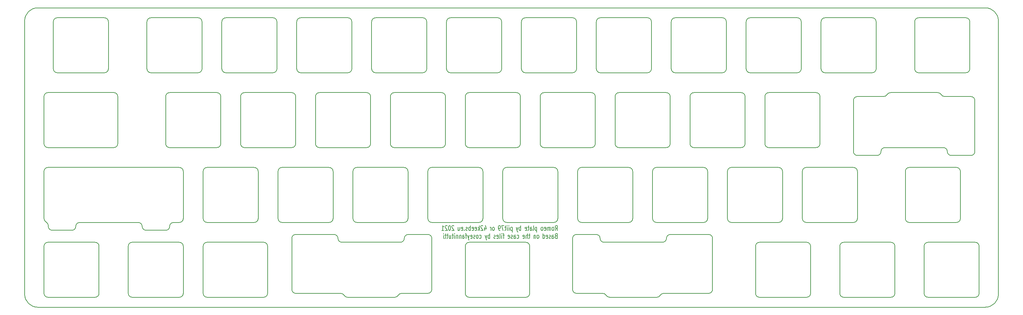
<source format=gbr>
%TF.GenerationSoftware,KiCad,Pcbnew,5.1.7-a382d34a8~88~ubuntu20.04.1*%
%TF.CreationDate,2021-04-20T00:24:46+02:00*%
%TF.ProjectId,romeo-plate,726f6d65-6f2d-4706-9c61-74652e6b6963,rev?*%
%TF.SameCoordinates,Original*%
%TF.FileFunction,Legend,Bot*%
%TF.FilePolarity,Positive*%
%FSLAX46Y46*%
G04 Gerber Fmt 4.6, Leading zero omitted, Abs format (unit mm)*
G04 Created by KiCad (PCBNEW 5.1.7-a382d34a8~88~ubuntu20.04.1) date 2021-04-20 00:24:46*
%MOMM*%
%LPD*%
G01*
G04 APERTURE LIST*
%ADD10C,0.150000*%
%TA.AperFunction,Profile*%
%ADD11C,0.200000*%
%TD*%
%TA.AperFunction,Profile*%
%ADD12C,0.150000*%
%TD*%
G04 APERTURE END LIST*
D10*
X158573928Y-122852976D02*
X158873928Y-122257738D01*
X159088214Y-122852976D02*
X159088214Y-121602976D01*
X158745357Y-121602976D01*
X158659642Y-121662500D01*
X158616785Y-121722023D01*
X158573928Y-121841071D01*
X158573928Y-122019642D01*
X158616785Y-122138690D01*
X158659642Y-122198214D01*
X158745357Y-122257738D01*
X159088214Y-122257738D01*
X158059642Y-122852976D02*
X158145357Y-122793452D01*
X158188214Y-122733928D01*
X158231071Y-122614880D01*
X158231071Y-122257738D01*
X158188214Y-122138690D01*
X158145357Y-122079166D01*
X158059642Y-122019642D01*
X157931071Y-122019642D01*
X157845357Y-122079166D01*
X157802500Y-122138690D01*
X157759642Y-122257738D01*
X157759642Y-122614880D01*
X157802500Y-122733928D01*
X157845357Y-122793452D01*
X157931071Y-122852976D01*
X158059642Y-122852976D01*
X157373928Y-122852976D02*
X157373928Y-122019642D01*
X157373928Y-122138690D02*
X157331071Y-122079166D01*
X157245357Y-122019642D01*
X157116785Y-122019642D01*
X157031071Y-122079166D01*
X156988214Y-122198214D01*
X156988214Y-122852976D01*
X156988214Y-122198214D02*
X156945357Y-122079166D01*
X156859642Y-122019642D01*
X156731071Y-122019642D01*
X156645357Y-122079166D01*
X156602500Y-122198214D01*
X156602500Y-122852976D01*
X155831071Y-122793452D02*
X155916785Y-122852976D01*
X156088214Y-122852976D01*
X156173928Y-122793452D01*
X156216785Y-122674404D01*
X156216785Y-122198214D01*
X156173928Y-122079166D01*
X156088214Y-122019642D01*
X155916785Y-122019642D01*
X155831071Y-122079166D01*
X155788214Y-122198214D01*
X155788214Y-122317261D01*
X156216785Y-122436309D01*
X155273928Y-122852976D02*
X155359642Y-122793452D01*
X155402500Y-122733928D01*
X155445357Y-122614880D01*
X155445357Y-122257738D01*
X155402500Y-122138690D01*
X155359642Y-122079166D01*
X155273928Y-122019642D01*
X155145357Y-122019642D01*
X155059642Y-122079166D01*
X155016785Y-122138690D01*
X154973928Y-122257738D01*
X154973928Y-122614880D01*
X155016785Y-122733928D01*
X155059642Y-122793452D01*
X155145357Y-122852976D01*
X155273928Y-122852976D01*
X153902500Y-122019642D02*
X153902500Y-123269642D01*
X153902500Y-122079166D02*
X153816785Y-122019642D01*
X153645357Y-122019642D01*
X153559642Y-122079166D01*
X153516785Y-122138690D01*
X153473928Y-122257738D01*
X153473928Y-122614880D01*
X153516785Y-122733928D01*
X153559642Y-122793452D01*
X153645357Y-122852976D01*
X153816785Y-122852976D01*
X153902500Y-122793452D01*
X152959642Y-122852976D02*
X153045357Y-122793452D01*
X153088214Y-122674404D01*
X153088214Y-121602976D01*
X152231071Y-122852976D02*
X152231071Y-122198214D01*
X152273928Y-122079166D01*
X152359642Y-122019642D01*
X152531071Y-122019642D01*
X152616785Y-122079166D01*
X152231071Y-122793452D02*
X152316785Y-122852976D01*
X152531071Y-122852976D01*
X152616785Y-122793452D01*
X152659642Y-122674404D01*
X152659642Y-122555357D01*
X152616785Y-122436309D01*
X152531071Y-122376785D01*
X152316785Y-122376785D01*
X152231071Y-122317261D01*
X151931071Y-122019642D02*
X151588214Y-122019642D01*
X151802500Y-121602976D02*
X151802500Y-122674404D01*
X151759642Y-122793452D01*
X151673928Y-122852976D01*
X151588214Y-122852976D01*
X150945357Y-122793452D02*
X151031071Y-122852976D01*
X151202500Y-122852976D01*
X151288214Y-122793452D01*
X151331071Y-122674404D01*
X151331071Y-122198214D01*
X151288214Y-122079166D01*
X151202500Y-122019642D01*
X151031071Y-122019642D01*
X150945357Y-122079166D01*
X150902500Y-122198214D01*
X150902500Y-122317261D01*
X151331071Y-122436309D01*
X149831071Y-122852976D02*
X149831071Y-121602976D01*
X149831071Y-122079166D02*
X149745357Y-122019642D01*
X149573928Y-122019642D01*
X149488214Y-122079166D01*
X149445357Y-122138690D01*
X149402500Y-122257738D01*
X149402500Y-122614880D01*
X149445357Y-122733928D01*
X149488214Y-122793452D01*
X149573928Y-122852976D01*
X149745357Y-122852976D01*
X149831071Y-122793452D01*
X149102500Y-122019642D02*
X148888214Y-122852976D01*
X148673928Y-122019642D02*
X148888214Y-122852976D01*
X148973928Y-123150595D01*
X149016785Y-123210119D01*
X149102500Y-123269642D01*
X147645357Y-122019642D02*
X147645357Y-123269642D01*
X147645357Y-122079166D02*
X147559642Y-122019642D01*
X147388214Y-122019642D01*
X147302500Y-122079166D01*
X147259642Y-122138690D01*
X147216785Y-122257738D01*
X147216785Y-122614880D01*
X147259642Y-122733928D01*
X147302500Y-122793452D01*
X147388214Y-122852976D01*
X147559642Y-122852976D01*
X147645357Y-122793452D01*
X146831071Y-122852976D02*
X146831071Y-122019642D01*
X146831071Y-121602976D02*
X146873928Y-121662500D01*
X146831071Y-121722023D01*
X146788214Y-121662500D01*
X146831071Y-121602976D01*
X146831071Y-121722023D01*
X146402500Y-122852976D02*
X146402500Y-122019642D01*
X146402500Y-121602976D02*
X146445357Y-121662500D01*
X146402500Y-121722023D01*
X146359642Y-121662500D01*
X146402500Y-121602976D01*
X146402500Y-121722023D01*
X146102500Y-122019642D02*
X145759642Y-122019642D01*
X145973928Y-121602976D02*
X145973928Y-122674404D01*
X145931071Y-122793452D01*
X145845357Y-122852976D01*
X145759642Y-122852976D01*
X145545357Y-121602976D02*
X144945357Y-121602976D01*
X145331071Y-122852976D01*
X144559642Y-122852976D02*
X144388214Y-122852976D01*
X144302500Y-122793452D01*
X144259642Y-122733928D01*
X144173928Y-122555357D01*
X144131071Y-122317261D01*
X144131071Y-121841071D01*
X144173928Y-121722023D01*
X144216785Y-121662500D01*
X144302500Y-121602976D01*
X144473928Y-121602976D01*
X144559642Y-121662500D01*
X144602500Y-121722023D01*
X144645357Y-121841071D01*
X144645357Y-122138690D01*
X144602500Y-122257738D01*
X144559642Y-122317261D01*
X144473928Y-122376785D01*
X144302500Y-122376785D01*
X144216785Y-122317261D01*
X144173928Y-122257738D01*
X144131071Y-122138690D01*
X142931071Y-122852976D02*
X143016785Y-122793452D01*
X143059642Y-122733928D01*
X143102500Y-122614880D01*
X143102500Y-122257738D01*
X143059642Y-122138690D01*
X143016785Y-122079166D01*
X142931071Y-122019642D01*
X142802500Y-122019642D01*
X142716785Y-122079166D01*
X142673928Y-122138690D01*
X142631071Y-122257738D01*
X142631071Y-122614880D01*
X142673928Y-122733928D01*
X142716785Y-122793452D01*
X142802500Y-122852976D01*
X142931071Y-122852976D01*
X142245357Y-122852976D02*
X142245357Y-122019642D01*
X142245357Y-122257738D02*
X142202500Y-122138690D01*
X142159642Y-122079166D01*
X142073928Y-122019642D01*
X141988214Y-122019642D01*
X140616785Y-122019642D02*
X140616785Y-122852976D01*
X140831071Y-121543452D02*
X141045357Y-122436309D01*
X140488214Y-122436309D01*
X140188214Y-121722023D02*
X140145357Y-121662500D01*
X140059642Y-121602976D01*
X139845357Y-121602976D01*
X139759642Y-121662500D01*
X139716785Y-121722023D01*
X139673928Y-121841071D01*
X139673928Y-121960119D01*
X139716785Y-122138690D01*
X140231071Y-122852976D01*
X139673928Y-122852976D01*
X139288214Y-122852976D02*
X139288214Y-121602976D01*
X139202500Y-122376785D02*
X138945357Y-122852976D01*
X138945357Y-122019642D02*
X139288214Y-122495833D01*
X138216785Y-122793452D02*
X138302500Y-122852976D01*
X138473928Y-122852976D01*
X138559642Y-122793452D01*
X138602500Y-122674404D01*
X138602500Y-122198214D01*
X138559642Y-122079166D01*
X138473928Y-122019642D01*
X138302500Y-122019642D01*
X138216785Y-122079166D01*
X138173928Y-122198214D01*
X138173928Y-122317261D01*
X138602500Y-122436309D01*
X137445357Y-122793452D02*
X137531071Y-122852976D01*
X137702500Y-122852976D01*
X137788214Y-122793452D01*
X137831071Y-122674404D01*
X137831071Y-122198214D01*
X137788214Y-122079166D01*
X137702500Y-122019642D01*
X137531071Y-122019642D01*
X137445357Y-122079166D01*
X137402500Y-122198214D01*
X137402500Y-122317261D01*
X137831071Y-122436309D01*
X137016785Y-122852976D02*
X137016785Y-121602976D01*
X137016785Y-122079166D02*
X136931071Y-122019642D01*
X136759642Y-122019642D01*
X136673928Y-122079166D01*
X136631071Y-122138690D01*
X136588214Y-122257738D01*
X136588214Y-122614880D01*
X136631071Y-122733928D01*
X136673928Y-122793452D01*
X136759642Y-122852976D01*
X136931071Y-122852976D01*
X137016785Y-122793452D01*
X136245357Y-122793452D02*
X136159642Y-122852976D01*
X135988214Y-122852976D01*
X135902500Y-122793452D01*
X135859642Y-122674404D01*
X135859642Y-122614880D01*
X135902500Y-122495833D01*
X135988214Y-122436309D01*
X136116785Y-122436309D01*
X136202500Y-122376785D01*
X136245357Y-122257738D01*
X136245357Y-122198214D01*
X136202500Y-122079166D01*
X136116785Y-122019642D01*
X135988214Y-122019642D01*
X135902500Y-122079166D01*
X135473928Y-122733928D02*
X135431071Y-122793452D01*
X135473928Y-122852976D01*
X135516785Y-122793452D01*
X135473928Y-122733928D01*
X135473928Y-122852976D01*
X134702500Y-122793452D02*
X134788214Y-122852976D01*
X134959642Y-122852976D01*
X135045357Y-122793452D01*
X135088214Y-122674404D01*
X135088214Y-122198214D01*
X135045357Y-122079166D01*
X134959642Y-122019642D01*
X134788214Y-122019642D01*
X134702500Y-122079166D01*
X134659642Y-122198214D01*
X134659642Y-122317261D01*
X135088214Y-122436309D01*
X133888214Y-122019642D02*
X133888214Y-122852976D01*
X134273928Y-122019642D02*
X134273928Y-122674404D01*
X134231071Y-122793452D01*
X134145357Y-122852976D01*
X134016785Y-122852976D01*
X133931071Y-122793452D01*
X133888214Y-122733928D01*
X132816785Y-121722023D02*
X132773928Y-121662500D01*
X132688214Y-121602976D01*
X132473928Y-121602976D01*
X132388214Y-121662500D01*
X132345357Y-121722023D01*
X132302500Y-121841071D01*
X132302500Y-121960119D01*
X132345357Y-122138690D01*
X132859642Y-122852976D01*
X132302500Y-122852976D01*
X131745357Y-121602976D02*
X131659642Y-121602976D01*
X131573928Y-121662500D01*
X131531071Y-121722023D01*
X131488214Y-121841071D01*
X131445357Y-122079166D01*
X131445357Y-122376785D01*
X131488214Y-122614880D01*
X131531071Y-122733928D01*
X131573928Y-122793452D01*
X131659642Y-122852976D01*
X131745357Y-122852976D01*
X131831071Y-122793452D01*
X131873928Y-122733928D01*
X131916785Y-122614880D01*
X131959642Y-122376785D01*
X131959642Y-122079166D01*
X131916785Y-121841071D01*
X131873928Y-121722023D01*
X131831071Y-121662500D01*
X131745357Y-121602976D01*
X131102500Y-121722023D02*
X131059642Y-121662500D01*
X130973928Y-121602976D01*
X130759642Y-121602976D01*
X130673928Y-121662500D01*
X130631071Y-121722023D01*
X130588214Y-121841071D01*
X130588214Y-121960119D01*
X130631071Y-122138690D01*
X131145357Y-122852976D01*
X130588214Y-122852976D01*
X129731071Y-122852976D02*
X130245357Y-122852976D01*
X129988214Y-122852976D02*
X129988214Y-121602976D01*
X130073928Y-121781547D01*
X130159642Y-121900595D01*
X130245357Y-121960119D01*
X158788214Y-124223214D02*
X158659642Y-124282738D01*
X158616785Y-124342261D01*
X158573928Y-124461309D01*
X158573928Y-124639880D01*
X158616785Y-124758928D01*
X158659642Y-124818452D01*
X158745357Y-124877976D01*
X159088214Y-124877976D01*
X159088214Y-123627976D01*
X158788214Y-123627976D01*
X158702500Y-123687500D01*
X158659642Y-123747023D01*
X158616785Y-123866071D01*
X158616785Y-123985119D01*
X158659642Y-124104166D01*
X158702500Y-124163690D01*
X158788214Y-124223214D01*
X159088214Y-124223214D01*
X157802500Y-124877976D02*
X157802500Y-124223214D01*
X157845357Y-124104166D01*
X157931071Y-124044642D01*
X158102500Y-124044642D01*
X158188214Y-124104166D01*
X157802500Y-124818452D02*
X157888214Y-124877976D01*
X158102500Y-124877976D01*
X158188214Y-124818452D01*
X158231071Y-124699404D01*
X158231071Y-124580357D01*
X158188214Y-124461309D01*
X158102500Y-124401785D01*
X157888214Y-124401785D01*
X157802500Y-124342261D01*
X157416785Y-124818452D02*
X157331071Y-124877976D01*
X157159642Y-124877976D01*
X157073928Y-124818452D01*
X157031071Y-124699404D01*
X157031071Y-124639880D01*
X157073928Y-124520833D01*
X157159642Y-124461309D01*
X157288214Y-124461309D01*
X157373928Y-124401785D01*
X157416785Y-124282738D01*
X157416785Y-124223214D01*
X157373928Y-124104166D01*
X157288214Y-124044642D01*
X157159642Y-124044642D01*
X157073928Y-124104166D01*
X156302500Y-124818452D02*
X156388214Y-124877976D01*
X156559642Y-124877976D01*
X156645357Y-124818452D01*
X156688214Y-124699404D01*
X156688214Y-124223214D01*
X156645357Y-124104166D01*
X156559642Y-124044642D01*
X156388214Y-124044642D01*
X156302500Y-124104166D01*
X156259642Y-124223214D01*
X156259642Y-124342261D01*
X156688214Y-124461309D01*
X155488214Y-124877976D02*
X155488214Y-123627976D01*
X155488214Y-124818452D02*
X155573928Y-124877976D01*
X155745357Y-124877976D01*
X155831071Y-124818452D01*
X155873928Y-124758928D01*
X155916785Y-124639880D01*
X155916785Y-124282738D01*
X155873928Y-124163690D01*
X155831071Y-124104166D01*
X155745357Y-124044642D01*
X155573928Y-124044642D01*
X155488214Y-124104166D01*
X154245357Y-124877976D02*
X154331071Y-124818452D01*
X154373928Y-124758928D01*
X154416785Y-124639880D01*
X154416785Y-124282738D01*
X154373928Y-124163690D01*
X154331071Y-124104166D01*
X154245357Y-124044642D01*
X154116785Y-124044642D01*
X154031071Y-124104166D01*
X153988214Y-124163690D01*
X153945357Y-124282738D01*
X153945357Y-124639880D01*
X153988214Y-124758928D01*
X154031071Y-124818452D01*
X154116785Y-124877976D01*
X154245357Y-124877976D01*
X153559642Y-124044642D02*
X153559642Y-124877976D01*
X153559642Y-124163690D02*
X153516785Y-124104166D01*
X153431071Y-124044642D01*
X153302500Y-124044642D01*
X153216785Y-124104166D01*
X153173928Y-124223214D01*
X153173928Y-124877976D01*
X152188214Y-124044642D02*
X151845357Y-124044642D01*
X152059642Y-123627976D02*
X152059642Y-124699404D01*
X152016785Y-124818452D01*
X151931071Y-124877976D01*
X151845357Y-124877976D01*
X151545357Y-124877976D02*
X151545357Y-123627976D01*
X151159642Y-124877976D02*
X151159642Y-124223214D01*
X151202500Y-124104166D01*
X151288214Y-124044642D01*
X151416785Y-124044642D01*
X151502500Y-124104166D01*
X151545357Y-124163690D01*
X150388214Y-124818452D02*
X150473928Y-124877976D01*
X150645357Y-124877976D01*
X150731071Y-124818452D01*
X150773928Y-124699404D01*
X150773928Y-124223214D01*
X150731071Y-124104166D01*
X150645357Y-124044642D01*
X150473928Y-124044642D01*
X150388214Y-124104166D01*
X150345357Y-124223214D01*
X150345357Y-124342261D01*
X150773928Y-124461309D01*
X148888214Y-124818452D02*
X148973928Y-124877976D01*
X149145357Y-124877976D01*
X149231071Y-124818452D01*
X149273928Y-124758928D01*
X149316785Y-124639880D01*
X149316785Y-124282738D01*
X149273928Y-124163690D01*
X149231071Y-124104166D01*
X149145357Y-124044642D01*
X148973928Y-124044642D01*
X148888214Y-124104166D01*
X148116785Y-124877976D02*
X148116785Y-124223214D01*
X148159642Y-124104166D01*
X148245357Y-124044642D01*
X148416785Y-124044642D01*
X148502500Y-124104166D01*
X148116785Y-124818452D02*
X148202500Y-124877976D01*
X148416785Y-124877976D01*
X148502500Y-124818452D01*
X148545357Y-124699404D01*
X148545357Y-124580357D01*
X148502500Y-124461309D01*
X148416785Y-124401785D01*
X148202500Y-124401785D01*
X148116785Y-124342261D01*
X147731071Y-124818452D02*
X147645357Y-124877976D01*
X147473928Y-124877976D01*
X147388214Y-124818452D01*
X147345357Y-124699404D01*
X147345357Y-124639880D01*
X147388214Y-124520833D01*
X147473928Y-124461309D01*
X147602500Y-124461309D01*
X147688214Y-124401785D01*
X147731071Y-124282738D01*
X147731071Y-124223214D01*
X147688214Y-124104166D01*
X147602500Y-124044642D01*
X147473928Y-124044642D01*
X147388214Y-124104166D01*
X146616785Y-124818452D02*
X146702500Y-124877976D01*
X146873928Y-124877976D01*
X146959642Y-124818452D01*
X147002500Y-124699404D01*
X147002500Y-124223214D01*
X146959642Y-124104166D01*
X146873928Y-124044642D01*
X146702500Y-124044642D01*
X146616785Y-124104166D01*
X146573928Y-124223214D01*
X146573928Y-124342261D01*
X147002500Y-124461309D01*
X145631071Y-124044642D02*
X145288214Y-124044642D01*
X145502500Y-124877976D02*
X145502500Y-123806547D01*
X145459642Y-123687500D01*
X145373928Y-123627976D01*
X145288214Y-123627976D01*
X144988214Y-124877976D02*
X144988214Y-124044642D01*
X144988214Y-123627976D02*
X145031071Y-123687500D01*
X144988214Y-123747023D01*
X144945357Y-123687500D01*
X144988214Y-123627976D01*
X144988214Y-123747023D01*
X144431071Y-124877976D02*
X144516785Y-124818452D01*
X144559642Y-124699404D01*
X144559642Y-123627976D01*
X143745357Y-124818452D02*
X143831071Y-124877976D01*
X144002500Y-124877976D01*
X144088214Y-124818452D01*
X144131071Y-124699404D01*
X144131071Y-124223214D01*
X144088214Y-124104166D01*
X144002500Y-124044642D01*
X143831071Y-124044642D01*
X143745357Y-124104166D01*
X143702500Y-124223214D01*
X143702500Y-124342261D01*
X144131071Y-124461309D01*
X143359642Y-124818452D02*
X143273928Y-124877976D01*
X143102500Y-124877976D01*
X143016785Y-124818452D01*
X142973928Y-124699404D01*
X142973928Y-124639880D01*
X143016785Y-124520833D01*
X143102500Y-124461309D01*
X143231071Y-124461309D01*
X143316785Y-124401785D01*
X143359642Y-124282738D01*
X143359642Y-124223214D01*
X143316785Y-124104166D01*
X143231071Y-124044642D01*
X143102500Y-124044642D01*
X143016785Y-124104166D01*
X141902500Y-124877976D02*
X141902500Y-123627976D01*
X141902500Y-124104166D02*
X141816785Y-124044642D01*
X141645357Y-124044642D01*
X141559642Y-124104166D01*
X141516785Y-124163690D01*
X141473928Y-124282738D01*
X141473928Y-124639880D01*
X141516785Y-124758928D01*
X141559642Y-124818452D01*
X141645357Y-124877976D01*
X141816785Y-124877976D01*
X141902500Y-124818452D01*
X141173928Y-124044642D02*
X140959642Y-124877976D01*
X140745357Y-124044642D02*
X140959642Y-124877976D01*
X141045357Y-125175595D01*
X141088214Y-125235119D01*
X141173928Y-125294642D01*
X139331071Y-124818452D02*
X139416785Y-124877976D01*
X139588214Y-124877976D01*
X139673928Y-124818452D01*
X139716785Y-124758928D01*
X139759642Y-124639880D01*
X139759642Y-124282738D01*
X139716785Y-124163690D01*
X139673928Y-124104166D01*
X139588214Y-124044642D01*
X139416785Y-124044642D01*
X139331071Y-124104166D01*
X138816785Y-124877976D02*
X138902500Y-124818452D01*
X138945357Y-124758928D01*
X138988214Y-124639880D01*
X138988214Y-124282738D01*
X138945357Y-124163690D01*
X138902500Y-124104166D01*
X138816785Y-124044642D01*
X138688214Y-124044642D01*
X138602500Y-124104166D01*
X138559642Y-124163690D01*
X138516785Y-124282738D01*
X138516785Y-124639880D01*
X138559642Y-124758928D01*
X138602500Y-124818452D01*
X138688214Y-124877976D01*
X138816785Y-124877976D01*
X138173928Y-124818452D02*
X138088214Y-124877976D01*
X137916785Y-124877976D01*
X137831071Y-124818452D01*
X137788214Y-124699404D01*
X137788214Y-124639880D01*
X137831071Y-124520833D01*
X137916785Y-124461309D01*
X138045357Y-124461309D01*
X138131071Y-124401785D01*
X138173928Y-124282738D01*
X138173928Y-124223214D01*
X138131071Y-124104166D01*
X138045357Y-124044642D01*
X137916785Y-124044642D01*
X137831071Y-124104166D01*
X137059642Y-124818452D02*
X137145357Y-124877976D01*
X137316785Y-124877976D01*
X137402500Y-124818452D01*
X137445357Y-124699404D01*
X137445357Y-124223214D01*
X137402500Y-124104166D01*
X137316785Y-124044642D01*
X137145357Y-124044642D01*
X137059642Y-124104166D01*
X137016785Y-124223214D01*
X137016785Y-124342261D01*
X137445357Y-124461309D01*
X136716785Y-124044642D02*
X136502500Y-124877976D01*
X136288214Y-124044642D02*
X136502500Y-124877976D01*
X136588214Y-125175595D01*
X136631071Y-125235119D01*
X136716785Y-125294642D01*
X136073928Y-124044642D02*
X135731071Y-124044642D01*
X135945357Y-124877976D02*
X135945357Y-123806547D01*
X135902500Y-123687500D01*
X135816785Y-123627976D01*
X135731071Y-123627976D01*
X135045357Y-124877976D02*
X135045357Y-124223214D01*
X135088214Y-124104166D01*
X135173928Y-124044642D01*
X135345357Y-124044642D01*
X135431071Y-124104166D01*
X135045357Y-124818452D02*
X135131071Y-124877976D01*
X135345357Y-124877976D01*
X135431071Y-124818452D01*
X135473928Y-124699404D01*
X135473928Y-124580357D01*
X135431071Y-124461309D01*
X135345357Y-124401785D01*
X135131071Y-124401785D01*
X135045357Y-124342261D01*
X134616785Y-124044642D02*
X134616785Y-124877976D01*
X134616785Y-124163690D02*
X134573928Y-124104166D01*
X134488214Y-124044642D01*
X134359642Y-124044642D01*
X134273928Y-124104166D01*
X134231071Y-124223214D01*
X134231071Y-124877976D01*
X133802500Y-124044642D02*
X133802500Y-124877976D01*
X133802500Y-124163690D02*
X133759642Y-124104166D01*
X133673928Y-124044642D01*
X133545357Y-124044642D01*
X133459642Y-124104166D01*
X133416785Y-124223214D01*
X133416785Y-124877976D01*
X132988214Y-124877976D02*
X132988214Y-124044642D01*
X132988214Y-123627976D02*
X133031071Y-123687500D01*
X132988214Y-123747023D01*
X132945357Y-123687500D01*
X132988214Y-123627976D01*
X132988214Y-123747023D01*
X132688214Y-124044642D02*
X132345357Y-124044642D01*
X132559642Y-123627976D02*
X132559642Y-124699404D01*
X132516785Y-124818452D01*
X132431071Y-124877976D01*
X132345357Y-124877976D01*
X131659642Y-124044642D02*
X131659642Y-124877976D01*
X132045357Y-124044642D02*
X132045357Y-124699404D01*
X132002500Y-124818452D01*
X131916785Y-124877976D01*
X131788214Y-124877976D01*
X131702500Y-124818452D01*
X131659642Y-124758928D01*
X131359642Y-124044642D02*
X131016785Y-124044642D01*
X131231071Y-123627976D02*
X131231071Y-124699404D01*
X131188214Y-124818452D01*
X131102500Y-124877976D01*
X131016785Y-124877976D01*
X130845357Y-124044642D02*
X130502500Y-124044642D01*
X130716785Y-123627976D02*
X130716785Y-124699404D01*
X130673928Y-124818452D01*
X130588214Y-124877976D01*
X130502500Y-124877976D01*
X130202500Y-124877976D02*
X130202500Y-124044642D01*
X130202500Y-123627976D02*
X130245357Y-123687500D01*
X130202500Y-123747023D01*
X130159642Y-123687500D01*
X130202500Y-123627976D01*
X130202500Y-123747023D01*
D11*
X136725000Y-87775000D02*
X148725000Y-87775000D01*
X193875000Y-87775000D02*
X205875000Y-87775000D01*
X155775000Y-101775000D02*
G75*
G02*
X154775000Y-100775000I0J1000000D01*
G01*
X36655750Y-121825000D02*
G75*
G02*
X37655750Y-120825000I1000000J0D01*
G01*
X243015224Y-88275000D02*
G75*
G02*
X242149199Y-88775000I-866025J500000D01*
G01*
X116675000Y-100775000D02*
X116675000Y-88775000D01*
X234443250Y-102775000D02*
X234443250Y-89775000D01*
X46331250Y-101775000D02*
X29568750Y-101775000D01*
X28568750Y-100775000D02*
X28568750Y-88775000D01*
X215400000Y-120825000D02*
X203400000Y-120825000D01*
X158250000Y-120825000D02*
X146250000Y-120825000D01*
X116675000Y-88775000D02*
G75*
G02*
X117675000Y-87775000I1000000J0D01*
G01*
X196350000Y-106825000D02*
G75*
G02*
X197350000Y-107825000I0J-1000000D01*
G01*
X69050000Y-119825000D02*
X69050000Y-107825000D01*
X257613301Y-88775000D02*
X264319250Y-88775000D01*
X28568750Y-88775000D02*
G75*
G02*
X29568750Y-87775000I1000000J0D01*
G01*
X83050000Y-119825000D02*
G75*
G02*
X82050000Y-120825000I-1000000J0D01*
G01*
X139200000Y-106825000D02*
G75*
G02*
X140200000Y-107825000I0J-1000000D01*
G01*
X168775000Y-100775000D02*
G75*
G02*
X167775000Y-101775000I-1000000J0D01*
G01*
X208162500Y-82725000D02*
G75*
G02*
X207162500Y-81725000I0J1000000D01*
G01*
X111912500Y-81725000D02*
X111912500Y-69725000D01*
X186825000Y-87775000D02*
G75*
G02*
X187825000Y-88775000I0J-1000000D01*
G01*
X205875000Y-87775000D02*
G75*
G02*
X206875000Y-88775000I0J-1000000D01*
G01*
X240212500Y-81725000D02*
G75*
G02*
X239212500Y-82725000I-1000000J0D01*
G01*
X74812500Y-82725000D02*
G75*
G02*
X73812500Y-81725000I0J1000000D01*
G01*
X192875000Y-88775000D02*
G75*
G02*
X193875000Y-87775000I1000000J0D01*
G01*
X225925000Y-88775000D02*
X225925000Y-100775000D01*
X227212500Y-68725000D02*
X239212500Y-68725000D01*
X239212500Y-82725000D02*
X227212500Y-82725000D01*
X227212500Y-82725000D02*
G75*
G02*
X226212500Y-81725000I0J1000000D01*
G01*
X239212500Y-68725000D02*
G75*
G02*
X240212500Y-69725000I0J-1000000D01*
G01*
X241443250Y-102775000D02*
G75*
G02*
X240443250Y-103775000I-1000000J0D01*
G01*
X112912500Y-68725000D02*
X124912500Y-68725000D01*
X35655750Y-122825000D02*
X30655750Y-122825000D01*
X112912500Y-82725000D02*
G75*
G02*
X111912500Y-81725000I0J1000000D01*
G01*
X36655750Y-121825000D02*
G75*
G02*
X35655750Y-122825000I-1000000J0D01*
G01*
X264319250Y-103775000D02*
X259319250Y-103775000D01*
X235443250Y-88775000D02*
X242149199Y-88775000D01*
X149725000Y-100775000D02*
G75*
G02*
X148725000Y-101775000I-1000000J0D01*
G01*
X265319250Y-89775000D02*
X265319250Y-102775000D01*
X41568750Y-139875000D02*
X29568750Y-139875000D01*
X206875000Y-88775000D02*
X206875000Y-100775000D01*
X47331250Y-100775000D02*
G75*
G02*
X46331250Y-101775000I-1000000J0D01*
G01*
X183350000Y-119825000D02*
X183350000Y-107825000D01*
X216400000Y-107825000D02*
X216400000Y-119825000D01*
X89100000Y-106825000D02*
X101100000Y-106825000D01*
X130675000Y-100775000D02*
G75*
G02*
X129675000Y-101775000I-1000000J0D01*
G01*
X146250000Y-120825000D02*
G75*
G02*
X145250000Y-119825000I0J1000000D01*
G01*
X221162500Y-81725000D02*
G75*
G02*
X220162500Y-82725000I-1000000J0D01*
G01*
X120150000Y-120825000D02*
X108150000Y-120825000D01*
X126200000Y-119825000D02*
X126200000Y-107825000D01*
X146250000Y-106825000D02*
X158250000Y-106825000D01*
X224925000Y-87775000D02*
G75*
G02*
X225925000Y-88775000I0J-1000000D01*
G01*
X129675000Y-101775000D02*
X117675000Y-101775000D01*
X107150000Y-119825000D02*
X107150000Y-107825000D01*
X178300000Y-119825000D02*
G75*
G02*
X177300000Y-120825000I-1000000J0D01*
G01*
X129675000Y-87775000D02*
G75*
G02*
X130675000Y-88775000I0J-1000000D01*
G01*
X202400000Y-119825000D02*
X202400000Y-107825000D01*
X216400000Y-119825000D02*
G75*
G02*
X215400000Y-120825000I-1000000J0D01*
G01*
X211925000Y-88775000D02*
G75*
G02*
X212925000Y-87775000I1000000J0D01*
G01*
X120150000Y-106825000D02*
G75*
G02*
X121150000Y-107825000I0J-1000000D01*
G01*
X158250000Y-106825000D02*
G75*
G02*
X159250000Y-107825000I0J-1000000D01*
G01*
X108150000Y-120825000D02*
G75*
G02*
X107150000Y-119825000I0J1000000D01*
G01*
X121150000Y-119825000D02*
G75*
G02*
X120150000Y-120825000I-1000000J0D01*
G01*
X177300000Y-106825000D02*
G75*
G02*
X178300000Y-107825000I0J-1000000D01*
G01*
X145250000Y-119825000D02*
X145250000Y-107825000D01*
X202400000Y-107825000D02*
G75*
G02*
X203400000Y-106825000I1000000J0D01*
G01*
X108150000Y-106825000D02*
X120150000Y-106825000D01*
X212925000Y-87775000D02*
X224925000Y-87775000D01*
X117675000Y-101775000D02*
G75*
G02*
X116675000Y-100775000I0J1000000D01*
G01*
X117675000Y-87775000D02*
X129675000Y-87775000D01*
X145250000Y-107825000D02*
G75*
G02*
X146250000Y-106825000I1000000J0D01*
G01*
X173825000Y-88775000D02*
G75*
G02*
X174825000Y-87775000I1000000J0D01*
G01*
X215400000Y-106825000D02*
G75*
G02*
X216400000Y-107825000I0J-1000000D01*
G01*
X107150000Y-107825000D02*
G75*
G02*
X108150000Y-106825000I1000000J0D01*
G01*
X102100000Y-119825000D02*
G75*
G02*
X101100000Y-120825000I-1000000J0D01*
G01*
X140200000Y-119825000D02*
G75*
G02*
X139200000Y-120825000I-1000000J0D01*
G01*
X139200000Y-120825000D02*
X127200000Y-120825000D01*
X203400000Y-106825000D02*
X215400000Y-106825000D01*
X130675000Y-88775000D02*
X130675000Y-100775000D01*
X220162500Y-82725000D02*
X208162500Y-82725000D01*
X140200000Y-107825000D02*
X140200000Y-119825000D01*
X102100000Y-107825000D02*
X102100000Y-119825000D01*
X127200000Y-120825000D02*
G75*
G02*
X126200000Y-119825000I0J1000000D01*
G01*
X29568750Y-87775000D02*
X46331250Y-87775000D01*
X148725000Y-87775000D02*
G75*
G02*
X149725000Y-88775000I0J-1000000D01*
G01*
X164300000Y-119825000D02*
X164300000Y-107825000D01*
X29568750Y-101775000D02*
G75*
G02*
X28568750Y-100775000I0J1000000D01*
G01*
X264319250Y-88775000D02*
G75*
G02*
X265319250Y-89775000I0J-1000000D01*
G01*
X86812500Y-82725000D02*
X74812500Y-82725000D01*
X167775000Y-101775000D02*
X155775000Y-101775000D01*
X197350000Y-107825000D02*
X197350000Y-119825000D01*
X46331250Y-87775000D02*
G75*
G02*
X47331250Y-88775000I0J-1000000D01*
G01*
X124912500Y-68725000D02*
G75*
G02*
X125912500Y-69725000I0J-1000000D01*
G01*
X28568750Y-138875000D02*
X28568750Y-126875000D01*
X111912500Y-69725000D02*
G75*
G02*
X112912500Y-68725000I1000000J0D01*
G01*
X193875000Y-101775000D02*
G75*
G02*
X192875000Y-100775000I0J1000000D01*
G01*
X28568750Y-126875000D02*
G75*
G02*
X29568750Y-125875000I1000000J0D01*
G01*
X88100000Y-119825000D02*
X88100000Y-107825000D01*
X168775000Y-88775000D02*
X168775000Y-100775000D01*
X224925000Y-101775000D02*
X212925000Y-101775000D01*
X255881250Y-87774999D02*
G75*
G02*
X256747276Y-88275000I0J-1000001D01*
G01*
X159250000Y-107825000D02*
X159250000Y-119825000D01*
X29568750Y-139875000D02*
G75*
G02*
X28568750Y-138875000I0J1000000D01*
G01*
X178300000Y-107825000D02*
X178300000Y-119825000D01*
X41568750Y-125875000D02*
G75*
G02*
X42568750Y-126875000I0J-1000000D01*
G01*
X177300000Y-120825000D02*
X165300000Y-120825000D01*
X73812500Y-81725000D02*
X73812500Y-69725000D01*
X197350000Y-119825000D02*
G75*
G02*
X196350000Y-120825000I-1000000J0D01*
G01*
X186825000Y-101775000D02*
X174825000Y-101775000D01*
X42568750Y-126875000D02*
X42568750Y-138875000D01*
X226212500Y-81725000D02*
X226212500Y-69725000D01*
X82050000Y-106825000D02*
G75*
G02*
X83050000Y-107825000I0J-1000000D01*
G01*
X73525000Y-100775000D02*
G75*
G02*
X72525000Y-101775000I-1000000J0D01*
G01*
X127206750Y-124875000D02*
X127206750Y-137875000D01*
X60525000Y-101775000D02*
G75*
G02*
X59525000Y-100775000I0J1000000D01*
G01*
X73525000Y-88775000D02*
X73525000Y-100775000D01*
X72525000Y-87775000D02*
G75*
G02*
X73525000Y-88775000I0J-1000000D01*
G01*
X60525000Y-87775000D02*
X72525000Y-87775000D01*
X264025000Y-81725000D02*
G75*
G02*
X263025000Y-82725000I-1000000J0D01*
G01*
X72525000Y-101775000D02*
X60525000Y-101775000D01*
X231975000Y-125875000D02*
X243975000Y-125875000D01*
X54762500Y-69725000D02*
G75*
G02*
X55762500Y-68725000I1000000J0D01*
G01*
X111625000Y-88775000D02*
X111625000Y-100775000D01*
X104330750Y-125875000D02*
X119206750Y-125875000D01*
X97625000Y-88775000D02*
G75*
G02*
X98625000Y-87775000I1000000J0D01*
G01*
X104036699Y-138874999D02*
G75*
G02*
X104902725Y-139375000I0J-1000001D01*
G01*
X98625000Y-87775000D02*
X110625000Y-87775000D01*
X110625000Y-87775000D02*
G75*
G02*
X111625000Y-88775000I0J-1000000D01*
G01*
X55762500Y-68725000D02*
X67762500Y-68725000D01*
X111625000Y-100775000D02*
G75*
G02*
X110625000Y-101775000I-1000000J0D01*
G01*
X172443750Y-139875000D02*
G75*
G02*
X171577725Y-139375000I0J1000000D01*
G01*
X202112500Y-81725000D02*
G75*
G02*
X201112500Y-82725000I-1000000J0D01*
G01*
X91575000Y-87775000D02*
G75*
G02*
X92575000Y-88775000I0J-1000000D01*
G01*
X55762500Y-82725000D02*
G75*
G02*
X54762500Y-81725000I0J1000000D01*
G01*
X183062500Y-81725000D02*
G75*
G02*
X182062500Y-82725000I-1000000J0D01*
G01*
X106862500Y-69725000D02*
X106862500Y-81725000D01*
X110625000Y-101775000D02*
X98625000Y-101775000D01*
X84431250Y-139875000D02*
X70050000Y-139875000D01*
X126206750Y-123875000D02*
G75*
G02*
X127206750Y-124875000I0J-1000000D01*
G01*
X68762500Y-69725000D02*
X68762500Y-81725000D01*
X52531750Y-120825000D02*
G75*
G02*
X53531750Y-121825000I0J-1000000D01*
G01*
X104036699Y-138875000D02*
X92606250Y-138875000D01*
X106862500Y-81725000D02*
G75*
G02*
X105862500Y-82725000I-1000000J0D01*
G01*
X98625000Y-101775000D02*
G75*
G02*
X97625000Y-100775000I0J1000000D01*
G01*
X163005750Y-124875000D02*
G75*
G02*
X164005750Y-123875000I1000000J0D01*
G01*
X151012500Y-68725000D02*
X163012500Y-68725000D01*
X121150000Y-107825000D02*
X121150000Y-119825000D01*
X226212500Y-69725000D02*
G75*
G02*
X227212500Y-68725000I1000000J0D01*
G01*
X31950000Y-68725000D02*
X43950000Y-68725000D01*
X201112500Y-68725000D02*
G75*
G02*
X202112500Y-69725000I0J-1000000D01*
G01*
X105862500Y-82725000D02*
X93862500Y-82725000D01*
X163005750Y-137875000D02*
X163005750Y-124875000D01*
X222450000Y-120825000D02*
G75*
G02*
X221450000Y-119825000I0J1000000D01*
G01*
X118634776Y-139375000D02*
G75*
G02*
X119500801Y-138875000I866025J-500000D01*
G01*
X84431250Y-125875000D02*
G75*
G02*
X85431250Y-126875000I0J-1000000D01*
G01*
X43950000Y-82725000D02*
X31950000Y-82725000D01*
X184350000Y-120825000D02*
G75*
G02*
X183350000Y-119825000I0J1000000D01*
G01*
X211925000Y-100775000D02*
X211925000Y-88775000D01*
X263025000Y-82725000D02*
X251025000Y-82725000D01*
X59525000Y-100775000D02*
X59525000Y-88775000D01*
X83050000Y-107825000D02*
X83050000Y-119825000D01*
X54762500Y-81725000D02*
X54762500Y-69725000D01*
X97625000Y-100775000D02*
X97625000Y-88775000D01*
X221162500Y-69725000D02*
X221162500Y-81725000D01*
X187825000Y-88775000D02*
X187825000Y-100775000D01*
X143962500Y-82725000D02*
X131962500Y-82725000D01*
X43950000Y-68725000D02*
G75*
G02*
X44950000Y-69725000I0J-1000000D01*
G01*
X252406250Y-126875000D02*
G75*
G02*
X253406250Y-125875000I1000000J0D01*
G01*
X253406250Y-125875000D02*
X265406250Y-125875000D01*
X135725000Y-138875000D02*
X135725000Y-126875000D01*
X164012500Y-81725000D02*
G75*
G02*
X163012500Y-82725000I-1000000J0D01*
G01*
X67762500Y-82725000D02*
X55762500Y-82725000D01*
X174825000Y-101775000D02*
G75*
G02*
X173825000Y-100775000I0J1000000D01*
G01*
X101100000Y-106825000D02*
G75*
G02*
X102100000Y-107825000I0J-1000000D01*
G01*
X251025000Y-82725000D02*
G75*
G02*
X250025000Y-81725000I0J1000000D01*
G01*
X79575000Y-101775000D02*
G75*
G02*
X78575000Y-100775000I0J1000000D01*
G01*
X173825000Y-100775000D02*
X173825000Y-88775000D01*
X207162500Y-81725000D02*
X207162500Y-69725000D01*
X250025000Y-81725000D02*
X250025000Y-69725000D01*
X135725000Y-88775000D02*
G75*
G02*
X136725000Y-87775000I1000000J0D01*
G01*
X235450000Y-107825000D02*
X235450000Y-119825000D01*
X169062500Y-69725000D02*
G75*
G02*
X170062500Y-68725000I1000000J0D01*
G01*
X265406250Y-125875000D02*
G75*
G02*
X266406250Y-126875000I0J-1000000D01*
G01*
X205875000Y-101775000D02*
X193875000Y-101775000D01*
X183062500Y-69725000D02*
X183062500Y-81725000D01*
X212925000Y-101775000D02*
G75*
G02*
X211925000Y-100775000I0J1000000D01*
G01*
X182062500Y-82725000D02*
X170062500Y-82725000D01*
X92575000Y-88775000D02*
X92575000Y-100775000D01*
X92606250Y-123875000D02*
X102330750Y-123875000D01*
X231975000Y-139875000D02*
G75*
G02*
X230975000Y-138875000I0J1000000D01*
G01*
X192875000Y-100775000D02*
X192875000Y-88775000D01*
X29568750Y-125875000D02*
X41568750Y-125875000D01*
X266406250Y-126875000D02*
X266406250Y-138875000D01*
X266406250Y-138875000D02*
G75*
G02*
X265406250Y-139875000I-1000000J0D01*
G01*
X243881250Y-87775000D02*
X255881250Y-87775000D01*
X165300000Y-120825000D02*
G75*
G02*
X164300000Y-119825000I0J1000000D01*
G01*
X60531750Y-121825000D02*
G75*
G02*
X61531750Y-120825000I1000000J0D01*
G01*
X63000000Y-106825000D02*
G75*
G02*
X64000000Y-107825000I0J-1000000D01*
G01*
X170062500Y-82725000D02*
G75*
G02*
X169062500Y-81725000I0J1000000D01*
G01*
X85431250Y-126875000D02*
X85431250Y-138875000D01*
X136725000Y-139875000D02*
G75*
G02*
X135725000Y-138875000I0J1000000D01*
G01*
X60531750Y-121825000D02*
G75*
G02*
X59531750Y-122825000I-1000000J0D01*
G01*
X28568750Y-107825000D02*
G75*
G02*
X29568750Y-106825000I1000000J0D01*
G01*
X210543750Y-125875000D02*
X222543750Y-125875000D01*
X171005750Y-125875000D02*
X185881750Y-125875000D01*
X252406250Y-138875000D02*
X252406250Y-126875000D01*
X197606250Y-123875000D02*
G75*
G02*
X198606250Y-124875000I0J-1000000D01*
G01*
X63000000Y-125875000D02*
G75*
G02*
X64000000Y-126875000I0J-1000000D01*
G01*
X135725000Y-126875000D02*
G75*
G02*
X136725000Y-125875000I1000000J0D01*
G01*
X144962500Y-69725000D02*
X144962500Y-81725000D01*
X59525000Y-88775000D02*
G75*
G02*
X60525000Y-87775000I1000000J0D01*
G01*
X164012500Y-69725000D02*
X164012500Y-81725000D01*
X264025000Y-69725000D02*
X264025000Y-81725000D01*
X207162500Y-69725000D02*
G75*
G02*
X208162500Y-68725000I1000000J0D01*
G01*
X247643750Y-107825000D02*
G75*
G02*
X248643750Y-106825000I1000000J0D01*
G01*
X78575000Y-88775000D02*
G75*
G02*
X79575000Y-87775000I1000000J0D01*
G01*
X169062500Y-81725000D02*
X169062500Y-69725000D01*
X263025000Y-68725000D02*
G75*
G02*
X264025000Y-69725000I0J-1000000D01*
G01*
X92575000Y-100775000D02*
G75*
G02*
X91575000Y-101775000I-1000000J0D01*
G01*
X247643750Y-119825000D02*
X247643750Y-107825000D01*
X152106250Y-138875000D02*
G75*
G02*
X151106250Y-139875000I-1000000J0D01*
G01*
X91606250Y-137875000D02*
X91606250Y-124875000D01*
X74812500Y-68725000D02*
X86812500Y-68725000D01*
X225925000Y-100775000D02*
G75*
G02*
X224925000Y-101775000I-1000000J0D01*
G01*
X251025000Y-68725000D02*
X263025000Y-68725000D01*
X230975000Y-126875000D02*
G75*
G02*
X231975000Y-125875000I1000000J0D01*
G01*
X143962500Y-68725000D02*
G75*
G02*
X144962500Y-69725000I0J-1000000D01*
G01*
X87812500Y-81725000D02*
G75*
G02*
X86812500Y-82725000I-1000000J0D01*
G01*
X30950000Y-69725000D02*
G75*
G02*
X31950000Y-68725000I1000000J0D01*
G01*
X184443750Y-139875000D02*
X172443750Y-139875000D01*
X88100000Y-107825000D02*
G75*
G02*
X89100000Y-106825000I1000000J0D01*
G01*
X63000000Y-120825000D02*
X61531750Y-120825000D01*
X47331250Y-88775000D02*
X47331250Y-100775000D01*
X250025000Y-69725000D02*
G75*
G02*
X251025000Y-68725000I1000000J0D01*
G01*
X29568750Y-106825000D02*
X63000000Y-106825000D01*
X50000000Y-126875000D02*
G75*
G02*
X51000000Y-125875000I1000000J0D01*
G01*
X244975000Y-126875000D02*
X244975000Y-138875000D01*
X174825000Y-87775000D02*
X186825000Y-87775000D01*
X87812500Y-69725000D02*
X87812500Y-81725000D01*
X86812500Y-68725000D02*
G75*
G02*
X87812500Y-69725000I0J-1000000D01*
G01*
X243975000Y-125875000D02*
G75*
G02*
X244975000Y-126875000I0J-1000000D01*
G01*
X222450000Y-106825000D02*
X234450000Y-106825000D01*
X70050000Y-106825000D02*
X82050000Y-106825000D01*
X104330750Y-125875000D02*
G75*
G02*
X103330750Y-124875000I0J1000000D01*
G01*
X73812500Y-69725000D02*
G75*
G02*
X74812500Y-68725000I1000000J0D01*
G01*
X151012500Y-82725000D02*
G75*
G02*
X150012500Y-81725000I0J1000000D01*
G01*
X64000000Y-107825000D02*
X64000000Y-119825000D01*
X149725000Y-88775000D02*
X149725000Y-100775000D01*
X170062500Y-68725000D02*
X182062500Y-68725000D01*
X91606250Y-124875000D02*
G75*
G02*
X92606250Y-123875000I1000000J0D01*
G01*
X79575000Y-87775000D02*
X91575000Y-87775000D01*
X59531750Y-122825000D02*
X54531750Y-122825000D01*
X101100000Y-120825000D02*
X89100000Y-120825000D01*
X265319250Y-102775000D02*
G75*
G02*
X264319250Y-103775000I-1000000J0D01*
G01*
X196350000Y-120825000D02*
X184350000Y-120825000D01*
X125912500Y-69725000D02*
X125912500Y-81725000D01*
X125912500Y-81725000D02*
G75*
G02*
X124912500Y-82725000I-1000000J0D01*
G01*
X54531750Y-122825000D02*
G75*
G02*
X53531750Y-121825000I0J1000000D01*
G01*
X29112250Y-120714724D02*
G75*
G02*
X29655750Y-121604447I-456500J-889723D01*
G01*
X257613301Y-88775000D02*
G75*
G02*
X256747276Y-88275000I0J1000000D01*
G01*
X241443250Y-102775000D02*
G75*
G02*
X242443250Y-101775000I1000000J0D01*
G01*
X257319250Y-101775000D02*
X242443250Y-101775000D01*
X240443250Y-103775000D02*
X235443250Y-103775000D01*
X234443250Y-89775000D02*
G75*
G02*
X235443250Y-88775000I1000000J0D01*
G01*
X259319250Y-103775000D02*
G75*
G02*
X258319250Y-102775000I0J1000000D01*
G01*
X240212500Y-69725000D02*
X240212500Y-81725000D01*
X167775000Y-87775000D02*
G75*
G02*
X168775000Y-88775000I0J-1000000D01*
G01*
X203400000Y-120825000D02*
G75*
G02*
X202400000Y-119825000I0J1000000D01*
G01*
X187881750Y-123875000D02*
X197606250Y-123875000D01*
X235443250Y-103775000D02*
G75*
G02*
X234443250Y-102775000I0J1000000D01*
G01*
X187825000Y-100775000D02*
G75*
G02*
X186825000Y-101775000I-1000000J0D01*
G01*
X82050000Y-120825000D02*
X70050000Y-120825000D01*
X28568750Y-119825000D02*
X28568750Y-107825000D01*
X69050000Y-107825000D02*
G75*
G02*
X70050000Y-106825000I1000000J0D01*
G01*
X257319250Y-101775000D02*
G75*
G02*
X258319250Y-102775000I0J-1000000D01*
G01*
X164300000Y-107825000D02*
G75*
G02*
X165300000Y-106825000I1000000J0D01*
G01*
X189112500Y-68725000D02*
X201112500Y-68725000D01*
X220162500Y-68725000D02*
G75*
G02*
X221162500Y-69725000I0J-1000000D01*
G01*
X69050000Y-138875000D02*
X69050000Y-126875000D01*
X93862500Y-82725000D02*
G75*
G02*
X92862500Y-81725000I0J1000000D01*
G01*
X184350000Y-106825000D02*
X196350000Y-106825000D01*
X222543750Y-139875000D02*
X210543750Y-139875000D01*
X163012500Y-68725000D02*
G75*
G02*
X164012500Y-69725000I0J-1000000D01*
G01*
X202112500Y-69725000D02*
X202112500Y-81725000D01*
X64000000Y-126875000D02*
X64000000Y-138875000D01*
X51000000Y-125875000D02*
X63000000Y-125875000D01*
X70050000Y-125875000D02*
X84431250Y-125875000D01*
X170711699Y-138874999D02*
G75*
G02*
X171577725Y-139375000I0J-1000001D01*
G01*
X210543750Y-139875000D02*
G75*
G02*
X209543750Y-138875000I0J1000000D01*
G01*
X152106250Y-126875000D02*
X152106250Y-138875000D01*
X144962500Y-81725000D02*
G75*
G02*
X143962500Y-82725000I-1000000J0D01*
G01*
X51000000Y-139875000D02*
G75*
G02*
X50000000Y-138875000I0J1000000D01*
G01*
X92606250Y-138875000D02*
G75*
G02*
X91606250Y-137875000I0J1000000D01*
G01*
X92862500Y-69725000D02*
G75*
G02*
X93862500Y-68725000I1000000J0D01*
G01*
X126206750Y-138875000D02*
X119500801Y-138875000D01*
X209543750Y-138875000D02*
X209543750Y-126875000D01*
X93862500Y-68725000D02*
X105862500Y-68725000D01*
X248643750Y-106825000D02*
X260643750Y-106825000D01*
X155775000Y-87775000D02*
X167775000Y-87775000D01*
X197606250Y-138875000D02*
X186175801Y-138875000D01*
X201112500Y-82725000D02*
X189112500Y-82725000D01*
X170711699Y-138875000D02*
X164005750Y-138875000D01*
X105768750Y-139875000D02*
G75*
G02*
X104902725Y-139375000I0J1000000D01*
G01*
X235450000Y-119825000D02*
G75*
G02*
X234450000Y-120825000I-1000000J0D01*
G01*
X64000000Y-119825000D02*
G75*
G02*
X63000000Y-120825000I-1000000J0D01*
G01*
X188112500Y-69725000D02*
G75*
G02*
X189112500Y-68725000I1000000J0D01*
G01*
X89100000Y-120825000D02*
G75*
G02*
X88100000Y-119825000I0J1000000D01*
G01*
X150012500Y-81725000D02*
X150012500Y-69725000D01*
X261643750Y-107825000D02*
X261643750Y-119825000D01*
X78575000Y-100775000D02*
X78575000Y-88775000D01*
X121206750Y-123875000D02*
X126206750Y-123875000D01*
X29112250Y-120714723D02*
G75*
G02*
X28568750Y-119825000I456500J889723D01*
G01*
X42568750Y-138875000D02*
G75*
G02*
X41568750Y-139875000I-1000000J0D01*
G01*
X221450000Y-107825000D02*
G75*
G02*
X222450000Y-106825000I1000000J0D01*
G01*
X69050000Y-126875000D02*
G75*
G02*
X70050000Y-125875000I1000000J0D01*
G01*
X223543750Y-138875000D02*
G75*
G02*
X222543750Y-139875000I-1000000J0D01*
G01*
X85431250Y-138875000D02*
G75*
G02*
X84431250Y-139875000I-1000000J0D01*
G01*
X163012500Y-82725000D02*
X151012500Y-82725000D01*
X151106250Y-139875000D02*
X136725000Y-139875000D01*
X131962500Y-68725000D02*
X143962500Y-68725000D01*
X234450000Y-120825000D02*
X222450000Y-120825000D01*
X198606250Y-137875000D02*
G75*
G02*
X197606250Y-138875000I-1000000J0D01*
G01*
X151106250Y-125875000D02*
G75*
G02*
X152106250Y-126875000I0J-1000000D01*
G01*
X136725000Y-125875000D02*
X151106250Y-125875000D01*
X164005750Y-123875000D02*
X169005750Y-123875000D01*
X182062500Y-68725000D02*
G75*
G02*
X183062500Y-69725000I0J-1000000D01*
G01*
X67762500Y-68725000D02*
G75*
G02*
X68762500Y-69725000I0J-1000000D01*
G01*
X185309776Y-139375000D02*
G75*
G02*
X186175801Y-138875000I866025J-500000D01*
G01*
X248643750Y-120825000D02*
G75*
G02*
X247643750Y-119825000I0J1000000D01*
G01*
X124912500Y-82725000D02*
X112912500Y-82725000D01*
X234450000Y-106825000D02*
G75*
G02*
X235450000Y-107825000I0J-1000000D01*
G01*
X260643750Y-120825000D02*
X248643750Y-120825000D01*
X222543750Y-125875000D02*
G75*
G02*
X223543750Y-126875000I0J-1000000D01*
G01*
X31950000Y-82725000D02*
G75*
G02*
X30950000Y-81725000I0J1000000D01*
G01*
X105862500Y-68725000D02*
G75*
G02*
X106862500Y-69725000I0J-1000000D01*
G01*
X117768750Y-139875000D02*
X105768750Y-139875000D01*
X165300000Y-106825000D02*
X177300000Y-106825000D01*
X120206750Y-124875000D02*
G75*
G02*
X121206750Y-123875000I1000000J0D01*
G01*
X150012500Y-69725000D02*
G75*
G02*
X151012500Y-68725000I1000000J0D01*
G01*
X265406250Y-139875000D02*
X253406250Y-139875000D01*
X154775000Y-88775000D02*
G75*
G02*
X155775000Y-87775000I1000000J0D01*
G01*
X261643750Y-119825000D02*
G75*
G02*
X260643750Y-120825000I-1000000J0D01*
G01*
X260643750Y-106825000D02*
G75*
G02*
X261643750Y-107825000I0J-1000000D01*
G01*
X189112500Y-82725000D02*
G75*
G02*
X188112500Y-81725000I0J1000000D01*
G01*
X221450000Y-119825000D02*
X221450000Y-107825000D01*
X63000000Y-139875000D02*
X51000000Y-139875000D01*
X120206750Y-124875000D02*
G75*
G02*
X119206750Y-125875000I-1000000J0D01*
G01*
X171005750Y-125875000D02*
G75*
G02*
X170005750Y-124875000I0J1000000D01*
G01*
X206875000Y-100775000D02*
G75*
G02*
X205875000Y-101775000I-1000000J0D01*
G01*
X198606250Y-124875000D02*
X198606250Y-137875000D01*
X209543750Y-126875000D02*
G75*
G02*
X210543750Y-125875000I1000000J0D01*
G01*
X130962500Y-69725000D02*
G75*
G02*
X131962500Y-68725000I1000000J0D01*
G01*
X44950000Y-69725000D02*
X44950000Y-81725000D01*
X30655750Y-122825000D02*
G75*
G02*
X29655750Y-121825000I0J1000000D01*
G01*
X185309775Y-139375000D02*
G75*
G02*
X184443750Y-139875000I-866025J500000D01*
G01*
X253406250Y-139875000D02*
G75*
G02*
X252406250Y-138875000I0J1000000D01*
G01*
X44950000Y-81725000D02*
G75*
G02*
X43950000Y-82725000I-1000000J0D01*
G01*
X223543750Y-126875000D02*
X223543750Y-138875000D01*
X52531750Y-120825000D02*
X37655750Y-120825000D01*
X148725000Y-101775000D02*
X136725000Y-101775000D01*
X244975000Y-138875000D02*
G75*
G02*
X243975000Y-139875000I-1000000J0D01*
G01*
X126200000Y-107825000D02*
G75*
G02*
X127200000Y-106825000I1000000J0D01*
G01*
X230975000Y-138875000D02*
X230975000Y-126875000D01*
X131962500Y-82725000D02*
G75*
G02*
X130962500Y-81725000I0J1000000D01*
G01*
X30950000Y-81725000D02*
X30950000Y-69725000D01*
X70050000Y-139875000D02*
G75*
G02*
X69050000Y-138875000I0J1000000D01*
G01*
X91575000Y-101775000D02*
X79575000Y-101775000D01*
X130962500Y-81725000D02*
X130962500Y-69725000D01*
X102330750Y-123875000D02*
G75*
G02*
X103330750Y-124875000I0J-1000000D01*
G01*
X243975000Y-139875000D02*
X231975000Y-139875000D01*
X183350000Y-107825000D02*
G75*
G02*
X184350000Y-106825000I1000000J0D01*
G01*
X118634775Y-139375000D02*
G75*
G02*
X117768750Y-139875000I-866025J500000D01*
G01*
X50000000Y-138875000D02*
X50000000Y-126875000D01*
X127206750Y-137875000D02*
G75*
G02*
X126206750Y-138875000I-1000000J0D01*
G01*
X186881750Y-124875000D02*
G75*
G02*
X187881750Y-123875000I1000000J0D01*
G01*
X243015225Y-88275000D02*
G75*
G02*
X243881250Y-87775000I866025J-500000D01*
G01*
X208162500Y-68725000D02*
X220162500Y-68725000D01*
X64000000Y-138875000D02*
G75*
G02*
X63000000Y-139875000I-1000000J0D01*
G01*
X92862500Y-81725000D02*
X92862500Y-69725000D01*
X164005750Y-138875000D02*
G75*
G02*
X163005750Y-137875000I0J1000000D01*
G01*
X29655750Y-121825000D02*
X29655750Y-121604447D01*
X68762500Y-81725000D02*
G75*
G02*
X67762500Y-82725000I-1000000J0D01*
G01*
X169005750Y-123875000D02*
G75*
G02*
X170005750Y-124875000I0J-1000000D01*
G01*
X188112500Y-81725000D02*
X188112500Y-69725000D01*
X186881750Y-124875000D02*
G75*
G02*
X185881750Y-125875000I-1000000J0D01*
G01*
X135725000Y-100775000D02*
X135725000Y-88775000D01*
X154775000Y-100775000D02*
X154775000Y-88775000D01*
X159250000Y-119825000D02*
G75*
G02*
X158250000Y-120825000I-1000000J0D01*
G01*
X70050000Y-120825000D02*
G75*
G02*
X69050000Y-119825000I0J1000000D01*
G01*
X127200000Y-106825000D02*
X139200000Y-106825000D01*
X136725000Y-101775000D02*
G75*
G02*
X135725000Y-100775000I0J1000000D01*
G01*
D12*
X23653751Y-69508809D02*
G75*
G02*
X26957810Y-66198750I3307059J3000D01*
G01*
X267993691Y-66198751D02*
G75*
G02*
X271303750Y-69502810I3000J-3307059D01*
G01*
X26957810Y-66198750D02*
X267993691Y-66198751D01*
X271303749Y-139088691D02*
X271303750Y-69502810D01*
X23653751Y-69508809D02*
X23653750Y-139096750D01*
X26963809Y-142400809D02*
X267999690Y-142398750D01*
X271303749Y-139088691D02*
G75*
G02*
X267999690Y-142398750I-3307059J-3000D01*
G01*
X26963809Y-142400809D02*
G75*
G02*
X23653750Y-139096750I-3000J3307059D01*
G01*
M02*

</source>
